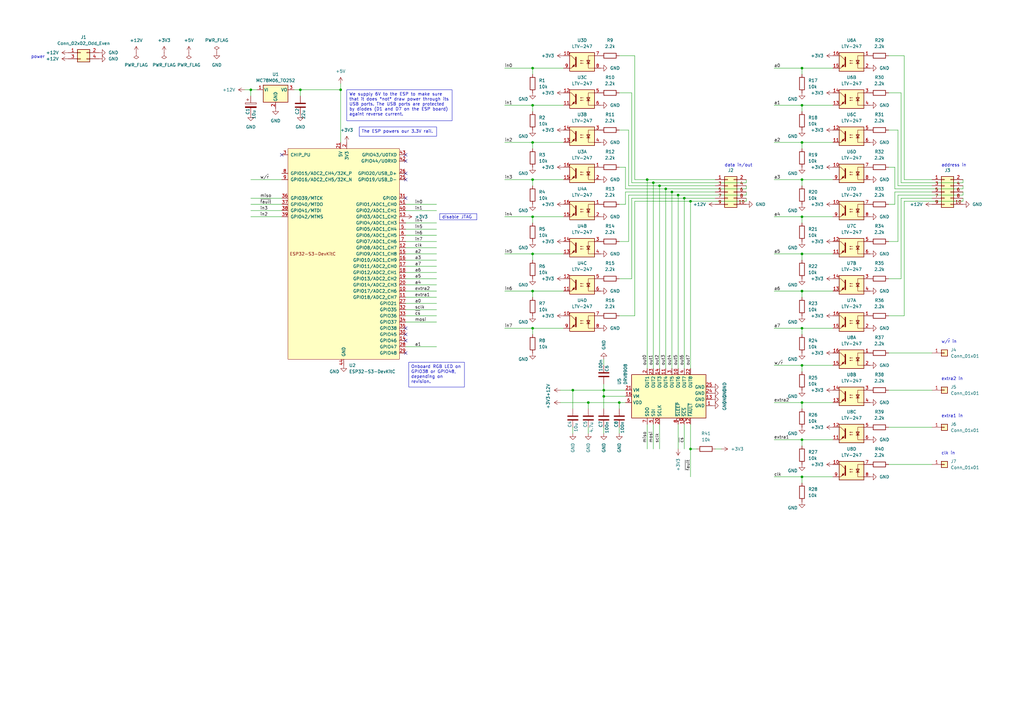
<source format=kicad_sch>
(kicad_sch (version 20230121) (generator eeschema)
  (paper "A3")
  (junction (at 218.44 104.14))
  (junction (at 267.97 74.93))
  (junction (at 280.67 81.28))
  (junction (at 139.7 36.83))
  (junction (at 328.93 43.18))
  (junction (at 218.44 58.42))
  (junction (at 218.44 134.62))
  (junction (at 275.59 78.74))
  (junction (at 218.44 27.94))
  (junction (at 270.51 76.2))
  (junction (at 328.93 134.62))
  (junction (at 254 165.1))
  (junction (at 218.44 43.18))
  (junction (at 328.93 58.42))
  (junction (at 328.93 104.14))
  (junction (at 265.43 73.66))
  (junction (at 328.93 88.9))
  (junction (at 241.3 165.1))
  (junction (at 328.93 165.1))
  (junction (at 123.19 36.83))
  (junction (at 102.87 36.83))
  (junction (at 328.93 73.66))
  (junction (at 328.93 149.86))
  (junction (at 234.95 160.02))
  (junction (at 218.44 88.9))
  (junction (at 328.93 195.58))
  (junction (at 328.93 27.94))
  (junction (at 247.65 160.02))
  (junction (at 278.13 80.01))
  (junction (at 273.05 77.47))
  (junction (at 283.21 184.15))
  (junction (at 247.65 162.56))
  (junction (at 218.44 73.66))
  (junction (at 218.44 119.38))
  (junction (at 328.93 180.34))
  (junction (at 328.93 119.38))
  (junction (at 283.21 82.55))
  (no_connect (at 166.37 71.12))
  (no_connect (at 166.37 66.04))
  (no_connect (at -6.35 115.57))
  (no_connect (at 316.23 -55.88))
  (no_connect (at 115.57 63.5))
  (no_connect (at 166.37 134.62))
  (no_connect (at 166.37 81.28))
  (no_connect (at 166.37 63.5))
  (no_connect (at 166.37 73.66))
  (no_connect (at 166.37 139.7))
  (no_connect (at 166.37 144.78))
  (no_connect (at 166.37 137.16))
  (wire (pts (xy 382.27 78.74) (xy 367.03 78.74)))
  (wire (pts (xy 369.57 74.93) (xy 369.57 38.1)))
  (wire (pts (xy 394.97 77.47) (xy 367.03 77.47)))
  (wire (pts (xy 341.63 165.1) (xy 328.93 165.1)))
  (wire (pts (xy 394.97 74.93) (xy 369.57 74.93)))
  (wire (pts (xy 241.3 167.64) (xy 241.3 165.1)))
  (wire (pts (xy 218.44 88.9) (xy 218.44 91.44)))
  (wire (pts (xy 102.87 36.83) (xy 102.87 39.37)))
  (wire (pts (xy 256.54 78.74) (xy 256.54 83.82)))
  (wire (pts (xy 207.01 73.66) (xy 218.44 73.66)))
  (wire (pts (xy 218.44 134.62) (xy 218.44 137.16)))
  (wire (pts (xy 207.01 88.9) (xy 218.44 88.9)))
  (wire (pts (xy 369.57 114.3) (xy 364.49 114.3)))
  (wire (pts (xy 120.65 36.83) (xy 123.19 36.83)))
  (wire (pts (xy 370.84 73.66) (xy 370.84 22.86)))
  (wire (pts (xy 275.59 78.74) (xy 275.59 151.13)))
  (wire (pts (xy 247.65 162.56) (xy 247.65 160.02)))
  (wire (pts (xy 283.21 82.55) (xy 283.21 151.13)))
  (wire (pts (xy 317.5 104.14) (xy 328.93 104.14)))
  (wire (pts (xy 166.37 124.46) (xy 179.07 124.46)))
  (wire (pts (xy 102.87 73.66) (xy 115.57 73.66)))
  (wire (pts (xy 341.63 104.14) (xy 328.93 104.14)))
  (wire (pts (xy 102.87 86.36) (xy 115.57 86.36)))
  (wire (pts (xy 260.35 82.55) (xy 260.35 129.54)))
  (wire (pts (xy 370.84 82.55) (xy 370.84 129.54)))
  (wire (pts (xy 317.5 119.38) (xy 328.93 119.38)))
  (wire (pts (xy 229.87 165.1) (xy 241.3 165.1)))
  (wire (pts (xy 100.33 36.83) (xy 102.87 36.83)))
  (wire (pts (xy 139.7 34.29) (xy 139.7 36.83)))
  (wire (pts (xy 275.59 78.74) (xy 256.54 78.74)))
  (wire (pts (xy 341.63 58.42) (xy 328.93 58.42)))
  (wire (pts (xy 260.35 22.86) (xy 254 22.86)))
  (wire (pts (xy 369.57 81.28) (xy 369.57 114.3)))
  (wire (pts (xy 260.35 129.54) (xy 254 129.54)))
  (wire (pts (xy 166.37 132.08) (xy 179.07 132.08)))
  (wire (pts (xy 328.93 180.34) (xy 328.93 182.88)))
  (wire (pts (xy 328.93 73.66) (xy 328.93 76.2)))
  (wire (pts (xy 328.93 119.38) (xy 328.93 121.92)))
  (wire (pts (xy 341.63 134.62) (xy 328.93 134.62)))
  (wire (pts (xy 166.37 99.06) (xy 179.07 99.06)))
  (wire (pts (xy 102.87 36.83) (xy 105.41 36.83)))
  (wire (pts (xy 317.5 165.1) (xy 328.93 165.1)))
  (wire (pts (xy 306.07 80.01) (xy 278.13 80.01)))
  (wire (pts (xy 370.84 129.54) (xy 364.49 129.54)))
  (wire (pts (xy 317.5 195.58) (xy 328.93 195.58)))
  (wire (pts (xy 267.97 74.93) (xy 267.97 151.13)))
  (wire (pts (xy 265.43 73.66) (xy 293.37 73.66)))
  (wire (pts (xy 267.97 74.93) (xy 259.08 74.93)))
  (wire (pts (xy 293.37 76.2) (xy 270.51 76.2)))
  (wire (pts (xy 259.08 114.3) (xy 254 114.3)))
  (wire (pts (xy 218.44 27.94) (xy 231.14 27.94)))
  (wire (pts (xy 278.13 80.01) (xy 278.13 151.13)))
  (wire (pts (xy 207.01 119.38) (xy 218.44 119.38)))
  (wire (pts (xy 265.43 73.66) (xy 265.43 151.13)))
  (wire (pts (xy 370.84 22.86) (xy 364.49 22.86)))
  (wire (pts (xy 218.44 73.66) (xy 218.44 76.2)))
  (wire (pts (xy 328.93 27.94) (xy 328.93 30.48)))
  (wire (pts (xy 166.37 93.98) (xy 179.07 93.98)))
  (wire (pts (xy 270.51 184.15) (xy 270.51 173.99)))
  (wire (pts (xy 166.37 119.38) (xy 179.07 119.38)))
  (wire (pts (xy 394.97 73.66) (xy 394.97 74.93)))
  (wire (pts (xy 166.37 116.84) (xy 179.07 116.84)))
  (wire (pts (xy 382.27 76.2) (xy 368.3 76.2)))
  (wire (pts (xy 341.63 73.66) (xy 328.93 73.66)))
  (wire (pts (xy 166.37 142.24) (xy 179.07 142.24)))
  (wire (pts (xy 368.3 99.06) (xy 364.49 99.06)))
  (wire (pts (xy 283.21 173.99) (xy 283.21 184.15)))
  (wire (pts (xy 364.49 160.02) (xy 382.27 160.02)))
  (wire (pts (xy 317.5 88.9) (xy 328.93 88.9)))
  (wire (pts (xy 293.37 184.15) (xy 295.91 184.15)))
  (wire (pts (xy 231.14 134.62) (xy 218.44 134.62)))
  (wire (pts (xy 265.43 184.15) (xy 265.43 173.99)))
  (wire (pts (xy 341.63 195.58) (xy 328.93 195.58)))
  (wire (pts (xy 328.93 165.1) (xy 328.93 167.64)))
  (wire (pts (xy 394.97 78.74) (xy 394.97 80.01)))
  (wire (pts (xy 254 177.8) (xy 254 175.26)))
  (wire (pts (xy 247.65 177.8) (xy 247.65 175.26)))
  (wire (pts (xy 341.63 149.86) (xy 328.93 149.86)))
  (wire (pts (xy 166.37 127) (xy 179.07 127)))
  (wire (pts (xy 368.3 76.2) (xy 368.3 53.34)))
  (wire (pts (xy 306.07 74.93) (xy 267.97 74.93)))
  (wire (pts (xy 231.14 104.14) (xy 218.44 104.14)))
  (wire (pts (xy 369.57 38.1) (xy 364.49 38.1)))
  (wire (pts (xy 283.21 184.15) (xy 285.75 184.15)))
  (wire (pts (xy 123.19 36.83) (xy 139.7 36.83)))
  (wire (pts (xy 241.3 165.1) (xy 254 165.1)))
  (wire (pts (xy 218.44 58.42) (xy 218.44 60.96)))
  (wire (pts (xy 283.21 184.15) (xy 283.21 195.58)))
  (wire (pts (xy 341.63 180.34) (xy 328.93 180.34)))
  (wire (pts (xy 207.01 27.94) (xy 218.44 27.94)))
  (wire (pts (xy 367.03 68.58) (xy 364.49 68.58)))
  (wire (pts (xy 231.14 88.9) (xy 218.44 88.9)))
  (wire (pts (xy 328.93 195.58) (xy 328.93 198.12)))
  (wire (pts (xy 364.49 190.5) (xy 382.27 190.5)))
  (wire (pts (xy 166.37 114.3) (xy 179.07 114.3)))
  (wire (pts (xy 254 167.64) (xy 254 165.1)))
  (wire (pts (xy 231.14 43.18) (xy 218.44 43.18)))
  (wire (pts (xy 317.5 73.66) (xy 328.93 73.66)))
  (wire (pts (xy 241.3 177.8) (xy 241.3 175.26)))
  (wire (pts (xy 367.03 83.82) (xy 364.49 83.82)))
  (wire (pts (xy 256.54 77.47) (xy 256.54 68.58)))
  (wire (pts (xy 259.08 81.28) (xy 259.08 114.3)))
  (wire (pts (xy 166.37 129.54) (xy 179.07 129.54)))
  (wire (pts (xy 368.3 80.01) (xy 368.3 99.06)))
  (wire (pts (xy 278.13 80.01) (xy 257.81 80.01)))
  (wire (pts (xy 317.5 134.62) (xy 328.93 134.62)))
  (wire (pts (xy 328.93 134.62) (xy 328.93 137.16)))
  (wire (pts (xy 317.5 180.34) (xy 328.93 180.34)))
  (wire (pts (xy 394.97 82.55) (xy 370.84 82.55)))
  (wire (pts (xy 218.44 43.18) (xy 218.44 45.72)))
  (wire (pts (xy 166.37 121.92) (xy 179.07 121.92)))
  (wire (pts (xy 260.35 73.66) (xy 260.35 22.86)))
  (wire (pts (xy 102.87 83.82) (xy 115.57 83.82)))
  (wire (pts (xy 218.44 119.38) (xy 218.44 121.92)))
  (wire (pts (xy 306.07 77.47) (xy 273.05 77.47)))
  (wire (pts (xy 254 165.1) (xy 256.54 165.1)))
  (wire (pts (xy 207.01 43.18) (xy 218.44 43.18)))
  (wire (pts (xy 207.01 134.62) (xy 218.44 134.62)))
  (wire (pts (xy 328.93 43.18) (xy 328.93 45.72)))
  (wire (pts (xy 257.81 53.34) (xy 254 53.34)))
  (wire (pts (xy 317.5 149.86) (xy 328.93 149.86)))
  (wire (pts (xy 247.65 162.56) (xy 256.54 162.56)))
  (wire (pts (xy 317.5 27.94) (xy 328.93 27.94)))
  (wire (pts (xy 382.27 81.28) (xy 369.57 81.28)))
  (wire (pts (xy 123.19 36.83) (xy 123.19 39.37)))
  (wire (pts (xy 234.95 160.02) (xy 247.65 160.02)))
  (wire (pts (xy 278.13 184.15) (xy 278.13 173.99)))
  (wire (pts (xy 367.03 77.47) (xy 367.03 68.58)))
  (wire (pts (xy 166.37 96.52) (xy 179.07 96.52)))
  (wire (pts (xy 283.21 82.55) (xy 260.35 82.55)))
  (wire (pts (xy 328.93 27.94) (xy 341.63 27.94)))
  (wire (pts (xy 273.05 77.47) (xy 256.54 77.47)))
  (wire (pts (xy 306.07 76.2) (xy 306.07 77.47)))
  (wire (pts (xy 382.27 73.66) (xy 370.84 73.66)))
  (wire (pts (xy 328.93 149.86) (xy 328.93 152.4)))
  (wire (pts (xy 394.97 76.2) (xy 394.97 77.47)))
  (wire (pts (xy 394.97 81.28) (xy 394.97 82.55)))
  (wire (pts (xy 257.81 76.2) (xy 257.81 53.34)))
  (wire (pts (xy 218.44 104.14) (xy 218.44 106.68)))
  (wire (pts (xy 229.87 160.02) (xy 234.95 160.02)))
  (wire (pts (xy 341.63 43.18) (xy 328.93 43.18)))
  (wire (pts (xy 218.44 27.94) (xy 218.44 30.48)))
  (wire (pts (xy 247.65 160.02) (xy 256.54 160.02)))
  (wire (pts (xy 166.37 101.6) (xy 179.07 101.6)))
  (wire (pts (xy 139.7 58.42) (xy 139.7 36.83)))
  (wire (pts (xy 256.54 68.58) (xy 254 68.58)))
  (wire (pts (xy 234.95 160.02) (xy 234.95 167.64)))
  (wire (pts (xy 260.35 73.66) (xy 265.43 73.66)))
  (wire (pts (xy 166.37 109.22) (xy 179.07 109.22)))
  (wire (pts (xy 247.65 147.32) (xy 247.65 149.86)))
  (wire (pts (xy 364.49 144.78) (xy 382.27 144.78)))
  (wire (pts (xy 306.07 82.55) (xy 283.21 82.55)))
  (wire (pts (xy 166.37 83.82) (xy 179.07 83.82)))
  (wire (pts (xy 293.37 81.28) (xy 280.67 81.28)))
  (wire (pts (xy 166.37 111.76) (xy 179.07 111.76)))
  (wire (pts (xy 341.63 88.9) (xy 328.93 88.9)))
  (wire (pts (xy 102.87 88.9) (xy 115.57 88.9)))
  (wire (pts (xy 364.49 175.26) (xy 382.27 175.26)))
  (wire (pts (xy 166.37 106.68) (xy 179.07 106.68)))
  (wire (pts (xy 280.67 81.28) (xy 259.08 81.28)))
  (wire (pts (xy 270.51 76.2) (xy 270.51 151.13)))
  (wire (pts (xy 207.01 104.14) (xy 218.44 104.14)))
  (wire (pts (xy 257.81 80.01) (xy 257.81 99.06)))
  (wire (pts (xy 218.44 119.38) (xy 231.14 119.38)))
  (wire (pts (xy 317.5 43.18) (xy 328.93 43.18)))
  (wire (pts (xy 306.07 78.74) (xy 306.07 80.01)))
  (wire (pts (xy 306.07 81.28) (xy 306.07 82.55)))
  (wire (pts (xy 257.81 99.06) (xy 254 99.06)))
  (wire (pts (xy 368.3 53.34) (xy 364.49 53.34)))
  (wire (pts (xy 394.97 80.01) (xy 368.3 80.01)))
  (wire (pts (xy 328.93 88.9) (xy 328.93 91.44)))
  (wire (pts (xy 256.54 83.82) (xy 254 83.82)))
  (wire (pts (xy 328.93 58.42) (xy 328.93 60.96)))
  (wire (pts (xy 259.08 74.93) (xy 259.08 38.1)))
  (wire (pts (xy 231.14 73.66) (xy 218.44 73.66)))
  (wire (pts (xy 280.67 81.28) (xy 280.67 151.13)))
  (wire (pts (xy 247.65 157.48) (xy 247.65 160.02)))
  (wire (pts (xy 267.97 184.15) (xy 267.97 173.99)))
  (wire (pts (xy 306.07 73.66) (xy 306.07 74.93)))
  (wire (pts (xy 293.37 78.74) (xy 275.59 78.74)))
  (wire (pts (xy 102.87 81.28) (xy 115.57 81.28)))
  (wire (pts (xy 259.08 38.1) (xy 254 38.1)))
  (wire (pts (xy 247.65 167.64) (xy 247.65 162.56)))
  (wire (pts (xy 166.37 91.44) (xy 179.07 91.44)))
  (wire (pts (xy 328.93 104.14) (xy 328.93 106.68)))
  (wire (pts (xy 231.14 58.42) (xy 218.44 58.42)))
  (wire (pts (xy 367.03 78.74) (xy 367.03 83.82)))
  (wire (pts (xy 280.67 184.15) (xy 280.67 173.99)))
  (wire (pts (xy 166.37 104.14) (xy 179.07 104.14)))
  (wire (pts (xy 273.05 77.47) (xy 273.05 151.13)))
  (wire (pts (xy 207.01 58.42) (xy 218.44 58.42)))
  (wire (pts (xy 317.5 58.42) (xy 328.93 58.42)))
  (wire (pts (xy 234.95 177.8) (xy 234.95 175.26)))
  (wire (pts (xy 166.37 86.36) (xy 179.07 86.36)))
  (wire (pts (xy 328.93 119.38) (xy 341.63 119.38)))
  (wire (pts (xy 270.51 76.2) (xy 257.81 76.2)))
  (text_box "Onboard RGB LED on GPIO38 or GPIO48, depending on revision." (at 167.64 148.59 0) (size 22.86 10.16) (effects (font (size 1.27 1.27)) (justify left top)))
  (text_box "disable JTAG" (at 180.34 87.63 0) (size 15.24 2.54) (effects (font (size 1.27 1.27)) (justify left)))
  (text_box "We supply 6V to the ESP to make sure that it does *not* draw power through its USB ports. The USB ports are protected by diodes (D1 and D7 on the ESP board) againt reverse current." (at 142.24 36.83 0) (size 43.18 12.7) (effects (font (size 1.27 1.27)) (justify left top)))
  (text_box "The ESP powers our 3.3V rail." (at 147.32 52.07 0) (size 31.75 3.81) (effects (font (size 1.27 1.27)) (justify left top)))
  (text "clk in" (at 386.08 186.69 0) (effects (font (size 1.27 1.27)) (justify left bottom)))
  (text "w/~{r} in" (at 386.08 140.97 0) (effects (font (size 1.27 1.27)) (justify left bottom)))
  (text "data in/out" (at 297.18 68.58 0) (effects (font (size 1.27 1.27)) (justify left bottom)))
  (text "extra2 in" (at 386.08 156.21 0) (effects (font (size 1.27 1.27)) (justify left bottom)))
  (text "extra1 in" (at 386.08 171.45 0) (effects (font (size 1.27 1.27)) (justify left bottom)))
  (text "address in" (at 386.08 68.58 0) (effects (font (size 1.27 1.27)) (justify left bottom)))
  (text "power" (at 12.7 24.13 0) (effects (font (size 1.27 1.27)) (justify left bottom)))
  (label "~{fault}" (at 106.68 83.82 0))
  (label "a5" (at 317.5 104.14 0))
  (label "a1" (at 170.18 142.24 0))
  (label "a4" (at 170.18 116.84 0))
  (label "~{cs}" (at 280.67 181.61 90))
  (label "a5" (at 170.18 114.3 0))
  (label "out6" (at 280.67 149.86 90))
  (label "in0" (at 207.01 27.94 0))
  (label "in6" (at 170.18 96.52 0))
  (label "a3" (at 317.5 73.66 0))
  (label "extra1" (at 317.5 180.34 0))
  (label "in0" (at 170.18 83.82 0))
  (label "a3" (at 170.18 106.68 0))
  (label "~{cs}" (at 170.18 129.54 0))
  (label "a6" (at 317.5 119.38 0))
  (label "in2" (at 106.68 88.9 0))
  (label "a4" (at 317.5 88.9 0))
  (label "in1" (at 170.18 86.36 0))
  (label "in3" (at 106.68 86.36 0))
  (label "out3" (at 273.05 149.86 90))
  (label "out1" (at 267.97 149.86 90))
  (label "out0" (at 265.43 149.86 90))
  (label "extra2" (at 170.18 119.38 0))
  (label "extra1" (at 170.18 121.92 0))
  (label "~{fault}" (at 283.21 193.04 90))
  (label "a2" (at 170.18 104.14 0))
  (label "extra2" (at 317.5 165.1 0))
  (label "out5" (at 278.13 149.86 90))
  (label "a0" (at 170.18 124.46 0))
  (label "out4" (at 275.59 149.86 90))
  (label "in1" (at 207.01 43.18 0))
  (label "sclk" (at 270.51 181.61 90))
  (label "in5" (at 170.18 93.98 0))
  (label "mosi" (at 267.97 181.61 90))
  (label "in4" (at 207.01 88.9 0))
  (label "in2" (at 207.01 58.42 0))
  (label "out7" (at 283.21 149.86 90))
  (label "a7" (at 170.18 109.22 0))
  (label "a6" (at 170.18 111.76 0))
  (label "in7" (at 207.01 134.62 0))
  (label "sclk" (at 170.18 127 0))
  (label "mosi" (at 170.18 132.08 0))
  (label "in5" (at 207.01 104.14 0))
  (label "out2" (at 270.51 149.86 90))
  (label "clk" (at 317.5 195.58 0))
  (label "a0" (at 317.5 27.94 0))
  (label "miso" (at 106.68 81.28 0))
  (label "in6" (at 207.01 119.38 0))
  (label "clk" (at 170.18 101.6 0))
  (label "miso" (at 265.43 181.61 90))
  (label "w{slash}~{r}" (at 106.68 73.66 0))
  (label "a7" (at 317.5 134.62 0))
  (label "a1" (at 317.5 43.18 0))
  (label "w{slash}~{r}" (at 317.5 149.86 0))
  (label "a2" (at 317.5 58.42 0))
  (label "in3" (at 207.01 73.66 0))
  (label "in4" (at 170.18 91.44 0))
  (label "in7" (at 170.18 99.06 0))
  (symbol (lib_id "Device:R") (at 250.19 114.3 90) (unit 1)
    (property "Reference" "R15" (at 250.19 107.95 90))
    (property "Value" "2.2k" (at 250.19 110.49 90))
    (property "Footprint" "Resistor_SMD:R_0805_2012Metric_Pad1.20x1.40mm_HandSolder" (effects hide))
  )
  (symbol (lib_id "power:+12V") (at 382.27 83.82 90) (unit 1)
    (property "Reference" "#PWR090" (effects hide))
    (property "Value" "+12V" (at 378.46 83.82 90) (effects (justify left)))
  )
  (symbol (lib_id "power:+3V3") (at 231.14 114.3 90) (unit 1)
    (property "Reference" "#PWR033" (effects hide))
    (property "Value" "+3V3" (at 227.33 114.3 90) (effects (justify left)))
  )
  (symbol (lib_id "Device:R") (at 218.44 64.77 180) (unit 1)
    (property "Reference" "R3" (at 220.98 63.5 0) (effects (justify right)))
    (property "Value" "10k" (at 220.98 66.04 0) (effects (justify right)))
    (property "Footprint" "Resistor_SMD:R_0805_2012Metric_Pad1.20x1.40mm_HandSolder" (effects hide))
  )
  (symbol (lib_id "power:GND") (at 218.44 68.58 0) (unit 1)
    (property "Reference" "#PWR016" (effects hide))
    (property "Value" "GND" (at 214.63 71.12 0))
  )
  (symbol (lib_id "Isolator:LTV-247") (at 238.76 86.36 0) (mirror y) (unit 1)
    (property "Reference" "U4" (at 238.76 77.47 0))
    (property "Value" "LTV-247" (at 238.76 80.01 0))
    (property "Footprint" "Package_SO:SOP-16_4.4x10.4mm_P1.27mm" (effects hide))
    (property "Datasheet" "http://optoelectronics.liteon.com/upload/download/DS70-2009-0014/LTV-2X7%20sereis%20Mar17.PDF" (effects hide))
  )
  (symbol (lib_id "power:+3V3") (at 142.24 58.42 0) (unit 1)
    (property "Reference" "#PWR013" (effects hide))
    (property "Value" "+3V3" (at 142.24 53.34 0))
  )
  (symbol (lib_id "power:GND") (at 218.44 129.54 0) (unit 1)
    (property "Reference" "#PWR020" (effects hide))
    (property "Value" "GND" (at 214.63 132.08 0))
  )
  (symbol (lib_id "power:PWR_FLAG") (at 77.47 21.59 180) (unit 1)
    (property "Reference" "#FLG02" (effects hide))
    (property "Value" "PWR_FLAG" (at 77.47 26.67 0))
  )
  (symbol (lib_id "power:GND") (at 246.38 134.62 90) (unit 1)
    (property "Reference" "#PWR044" (effects hide))
    (property "Value" "GND" (at 250.19 134.62 90) (effects (justify right)))
  )
  (symbol (lib_id "power:+3V3") (at 341.63 22.86 90) (unit 1)
    (property "Reference" "#PWR066" (effects hide))
    (property "Value" "+3V3" (at 337.82 22.86 90) (effects (justify left)))
  )
  (symbol (lib_id "power:GND") (at 328.93 175.26 0) (unit 1)
    (property "Reference" "#PWR063" (effects hide))
    (property "Value" "GND" (at 325.12 177.8 0))
  )
  (symbol (lib_id "Device:R") (at 360.68 22.86 90) (unit 1)
    (property "Reference" "R29" (at 360.68 16.51 90))
    (property "Value" "2.2k" (at 360.68 19.05 90))
    (property "Footprint" "Resistor_SMD:R_0805_2012Metric_Pad1.20x1.40mm_HandSolder" (effects hide))
  )
  (symbol (lib_id "Isolator:LTV-247") (at 349.25 177.8 0) (mirror y) (unit 3)
    (property "Reference" "U8" (at 349.25 168.91 0))
    (property "Value" "LTV-247" (at 349.25 171.45 0))
    (property "Footprint" "Package_SO:SOP-16_4.4x10.4mm_P1.27mm" (effects hide))
    (property "Datasheet" "http://optoelectronics.liteon.com/upload/download/DS70-2009-0014/LTV-2X7%20sereis%20Mar17.PDF" (effects hide))
  )
  (symbol (lib_id "power:GND") (at 247.65 147.32 180) (unit 1)
    (property "Reference" "#PWR036" (effects hide))
    (property "Value" "GND" (at 247.65 143.51 90) (effects (justify right)))
  )
  (symbol (lib_id "power:GND") (at 356.87 88.9 90) (unit 1)
    (property "Reference" "#PWR082" (effects hide))
    (property "Value" "GND" (at 360.68 88.9 90) (effects (justify right)))
  )
  (symbol (lib_id "power:GND") (at 328.93 99.06 0) (unit 1)
    (property "Reference" "#PWR058" (effects hide))
    (property "Value" "GND" (at 325.12 101.6 0))
  )
  (symbol (lib_id "power:GND") (at 246.38 58.42 90) (unit 1)
    (property "Reference" "#PWR039" (effects hide))
    (property "Value" "GND" (at 250.19 58.42 90) (effects (justify right)))
  )
  (symbol (lib_id "Device:R") (at 360.68 175.26 90) (unit 1)
    (property "Reference" "R39" (at 360.68 168.91 90))
    (property "Value" "2.2k" (at 360.68 171.45 90))
    (property "Footprint" "Resistor_SMD:R_0805_2012Metric_Pad1.20x1.40mm_HandSolder" (effects hide))
  )
  (symbol (lib_id "Isolator:LTV-247") (at 238.76 101.6 0) (mirror y) (unit 2)
    (property "Reference" "U4" (at 238.76 92.71 0))
    (property "Value" "LTV-247" (at 238.76 95.25 0))
    (property "Footprint" "Package_SO:SOP-16_4.4x10.4mm_P1.27mm" (effects hide))
    (property "Datasheet" "http://optoelectronics.liteon.com/upload/download/DS70-2009-0014/LTV-2X7%20sereis%20Mar17.PDF" (effects hide))
  )
  (symbol (lib_id "power:+3V3") (at 231.14 22.86 90) (unit 1)
    (property "Reference" "#PWR027" (effects hide))
    (property "Value" "+3V3" (at 227.33 22.86 90) (effects (justify left)))
  )
  (symbol (lib_id "Device:R") (at 360.68 114.3 90) (unit 1)
    (property "Reference" "R35" (at 360.68 107.95 90))
    (property "Value" "2.2k" (at 360.68 110.49 90))
    (property "Footprint" "Resistor_SMD:R_0805_2012Metric_Pad1.20x1.40mm_HandSolder" (effects hide))
  )
  (symbol (lib_id "power:GND") (at 218.44 53.34 0) (unit 1)
    (property "Reference" "#PWR015" (effects hide))
    (property "Value" "GND" (at 214.63 55.88 0))
  )
  (symbol (lib_id "Device:R") (at 328.93 49.53 180) (unit 1)
    (property "Reference" "R18" (at 331.47 48.26 0) (effects (justify right)))
    (property "Value" "10k" (at 331.47 50.8 0) (effects (justify right)))
    (property "Footprint" "Resistor_SMD:R_0805_2012Metric_Pad1.20x1.40mm_HandSolder" (effects hide))
  )
  (symbol (lib_id "power:GND") (at 218.44 114.3 0) (unit 1)
    (property "Reference" "#PWR019" (effects hide))
    (property "Value" "GND" (at 214.63 116.84 0))
  )
  (symbol (lib_id "Device:R") (at 360.68 53.34 90) (unit 1)
    (property "Reference" "R31" (at 360.68 46.99 90))
    (property "Value" "2.2k" (at 360.68 49.53 90))
    (property "Footprint" "Resistor_SMD:R_0805_2012Metric_Pad1.20x1.40mm_HandSolder" (effects hide))
  )
  (symbol (lib_id "power:GND") (at 254 177.8 0) (unit 1)
    (property "Reference" "#PWR046" (effects hide))
    (property "Value" "GND" (at 254 181.61 90) (effects (justify right)))
  )
  (symbol (lib_id "Device:R") (at 218.44 34.29 180) (unit 1)
    (property "Reference" "R1" (at 220.98 33.02 0) (effects (justify right)))
    (property "Value" "10k" (at 220.98 35.56 0) (effects (justify right)))
    (property "Footprint" "Resistor_SMD:R_0805_2012Metric_Pad1.20x1.40mm_HandSolder" (effects hide))
  )
  (symbol (lib_id "power:GND") (at 246.38 88.9 90) (unit 1)
    (property "Reference" "#PWR041" (effects hide))
    (property "Value" "GND" (at 250.19 88.9 90) (effects (justify right)))
  )
  (symbol (lib_id "power:+3V3") (at 341.63 99.06 90) (unit 1)
    (property "Reference" "#PWR071" (effects hide))
    (property "Value" "+3V3" (at 337.82 99.06 90) (effects (justify left)))
  )
  (symbol (lib_id "power:GND") (at 246.38 43.18 90) (unit 1)
    (property "Reference" "#PWR038" (effects hide))
    (property "Value" "GND" (at 250.19 43.18 90) (effects (justify right)))
  )
  (symbol (lib_id "power:GND") (at 328.93 205.74 0) (unit 1)
    (property "Reference" "#PWR065" (effects hide))
    (property "Value" "GND" (at 325.12 208.28 0))
  )
  (symbol (lib_id "power:+12V") (at 100.33 36.83 90) (unit 1)
    (property "Reference" "#PWR08" (effects hide))
    (property "Value" "+12V" (at 96.52 36.83 90) (effects (justify left)))
  )
  (symbol (lib_id "Isolator:LTV-247") (at 238.76 116.84 0) (mirror y) (unit 3)
    (property "Reference" "U4" (at 238.76 107.95 0))
    (property "Value" "LTV-247" (at 238.76 110.49 0))
    (property "Footprint" "Package_SO:SOP-16_4.4x10.4mm_P1.27mm" (effects hide))
    (property "Datasheet" "http://optoelectronics.liteon.com/upload/download/DS70-2009-0014/LTV-2X7%20sereis%20Mar17.PDF" (effects hide))
  )
  (symbol (lib_id "power:+3V3") (at 341.63 144.78 90) (unit 1)
    (property "Reference" "#PWR074" (effects hide))
    (property "Value" "+3V3" (at 337.82 144.78 90) (effects (justify left)))
  )
  (symbol (lib_id "Device:R") (at 218.44 49.53 180) (unit 1)
    (property "Reference" "R2" (at 220.98 48.26 0) (effects (justify right)))
    (property "Value" "10k" (at 220.98 50.8 0) (effects (justify right)))
    (property "Footprint" "Resistor_SMD:R_0805_2012Metric_Pad1.20x1.40mm_HandSolder" (effects hide))
  )
  (symbol (lib_id "Device:R") (at 328.93 186.69 180) (unit 1)
    (property "Reference" "R27" (at 331.47 185.42 0) (effects (justify right)))
    (property "Value" "10k" (at 331.47 187.96 0) (effects (justify right)))
    (property "Footprint" "Resistor_SMD:R_0805_2012Metric_Pad1.20x1.40mm_HandSolder" (effects hide))
  )
  (symbol (lib_id "power:PWR_FLAG") (at 55.88 21.59 180) (unit 1)
    (property "Reference" "#FLG01" (effects hide))
    (property "Value" "PWR_FLAG" (at 55.88 26.67 0))
  )
  (symbol (lib_id "power:+3V3") (at 231.14 83.82 90) (unit 1)
    (property "Reference" "#PWR031" (effects hide))
    (property "Value" "+3V3" (at 227.33 83.82 90) (effects (justify left)))
  )
  (symbol (lib_id "power:+3V3") (at 341.63 175.26 90) (unit 1)
    (property "Reference" "#PWR076" (effects hide))
    (property "Value" "+3V3" (at 337.82 175.26 90) (effects (justify left)))
  )
  (symbol (lib_id "power:+3V3") (at 341.63 68.58 90) (unit 1)
    (property "Reference" "#PWR069" (effects hide))
    (property "Value" "+3V3" (at 337.82 68.58 90) (effects (justify left)))
  )
  (symbol (lib_id "Device:R") (at 250.19 83.82 90) (unit 1)
    (property "Reference" "R13" (at 250.19 77.47 90))
    (property "Value" "2.2k" (at 250.19 80.01 90))
    (property "Footprint" "Resistor_SMD:R_0805_2012Metric_Pad1.20x1.40mm_HandSolder" (effects hide))
  )
  (symbol (lib_id "Device:R") (at 289.56 184.15 270) (unit 1)
    (property "Reference" "R41" (at 289.56 177.8 90))
    (property "Value" "10k" (at 289.56 180.34 90))
    (property "Footprint" "Resistor_SMD:R_0805_2012Metric_Pad1.20x1.40mm_HandSolder" (effects hide))
  )
  (symbol (lib_id "power:GND") (at 328.93 190.5 0) (unit 1)
    (property "Reference" "#PWR064" (effects hide))
    (property "Value" "GND" (at 325.12 193.04 0))
  )
  (symbol (lib_id "power:+3V3") (at 341.63 129.54 90) (unit 1)
    (property "Reference" "#PWR073" (effects hide))
    (property "Value" "+3V3" (at 337.82 129.54 90) (effects (justify left)))
  )
  (symbol (lib_id "power:+3V3") (at 341.63 38.1 90) (unit 1)
    (property "Reference" "#PWR067" (effects hide))
    (property "Value" "+3V3" (at 337.82 38.1 90) (effects (justify left)))
  )
  (symbol (lib_id "Device:C") (at 247.65 153.67 0) (unit 1)
    (property "Reference" "C6" (at 248.92 151.13 90))
    (property "Value" "100n" (at 246.38 149.86 90))
    (property "Footprint" "Capacitor_SMD:C_0805_2012Metric_Pad1.18x1.45mm_HandSolder" (effects hide))
  )
  (symbol (lib_id "Isolator:LTV-247") (at 349.25 162.56 0) (mirror y) (unit 2)
    (property "Reference" "U8" (at 349.25 153.67 0))
    (property "Value" "LTV-247" (at 349.25 156.21 0))
    (property "Footprint" "Package_SO:SOP-16_4.4x10.4mm_P1.27mm" (effects hide))
    (property "Datasheet" "http://optoelectronics.liteon.com/upload/download/DS70-2009-0014/LTV-2X7%20sereis%20Mar17.PDF" (effects hide))
  )
  (symbol (lib_id "Device:R") (at 328.93 80.01 180) (unit 1)
    (property "Reference" "R20" (at 331.47 78.74 0) (effects (justify right)))
    (property "Value" "10k" (at 331.47 81.28 0) (effects (justify right)))
    (property "Footprint" "Resistor_SMD:R_0805_2012Metric_Pad1.20x1.40mm_HandSolder" (effects hide))
  )
  (symbol (lib_id "power:GND") (at 328.93 160.02 0) (unit 1)
    (property "Reference" "#PWR062" (effects hide))
    (property "Value" "GND" (at 325.12 162.56 0))
  )
  (symbol (lib_id "Device:R") (at 250.19 129.54 90) (unit 1)
    (property "Reference" "R16" (at 250.19 123.19 90))
    (property "Value" "2.2k" (at 250.19 125.73 90))
    (property "Footprint" "Resistor_SMD:R_0805_2012Metric_Pad1.20x1.40mm_HandSolder" (effects hide))
  )
  (symbol (lib_id "power:GND") (at 292.1 163.83 90) (unit 1)
    (property "Reference" "#PWR050" (effects hide))
    (property "Value" "GND" (at 297.18 163.83 0))
  )
  (symbol (lib_id "power:+3V3") (at 341.63 160.02 90) (unit 1)
    (property "Reference" "#PWR075" (effects hide))
    (property "Value" "+3V3" (at 337.82 160.02 90) (effects (justify left)))
  )
  (symbol (lib_id "power:+3V3") (at 229.87 165.1 90) (unit 1)
    (property "Reference" "#PWR024" (effects hide))
    (property "Value" "+3V3" (at 224.79 165.1 0))
  )
  (symbol (lib_id "Device:R") (at 328.93 171.45 180) (unit 1)
    (property "Reference" "R26" (at 331.47 170.18 0) (effects (justify right)))
    (property "Value" "10k" (at 331.47 172.72 0) (effects (justify right)))
    (property "Footprint" "Resistor_SMD:R_0805_2012Metric_Pad1.20x1.40mm_HandSolder" (effects hide))
  )
  (symbol (lib_id "Isolator:LTV-247") (at 349.25 71.12 0) (mirror y) (unit 4)
    (property "Reference" "U6" (at 349.25 62.23 0))
    (property "Value" "LTV-247" (at 349.25 64.77 0))
    (property "Footprint" "Package_SO:SOP-16_4.4x10.4mm_P1.27mm" (effects hide))
    (property "Datasheet" "http://optoelectronics.liteon.com/upload/download/DS70-2009-0014/LTV-2X7%20sereis%20Mar17.PDF" (effects hide))
  )
  (symbol (lib_id "power:+3V3") (at 166.37 88.9 270) (unit 1)
    (property "Reference" "#PWR096" (effects hide))
    (property "Value" "+3V3" (at 170.18 88.9 90) (effects (justify left)))
  )
  (symbol (lib_id "Device:R") (at 328.93 110.49 180) (unit 1)
    (property "Reference" "R22" (at 331.47 109.22 0) (effects (justify right)))
    (property "Value" "10k" (at 331.47 111.76 0) (effects (justify right)))
    (property "Footprint" "Resistor_SMD:R_0805_2012Metric_Pad1.20x1.40mm_HandSolder" (effects hide))
  )
  (symbol (lib_id "power:GND") (at 328.93 144.78 0) (unit 1)
    (property "Reference" "#PWR061" (effects hide))
    (property "Value" "GND" (at 325.12 147.32 0))
  )
  (symbol (lib_id "drv8908:DRV8908") (at 274.32 162.56 90) (unit 1)
    (property "Reference" "U5" (at 254 157.8259 0) (effects (justify left)))
    (property "Value" "DRV8908" (at 256.54 157.8259 0) (effects (justify left)))
    (property "Footprint" "Package_SO:HTSSOP-24-1EP_4.4x7.8mm_P0.65mm_EP3.4x7.8mm_Mask2.4x4.68mm_ThermalVias" (effects hide))
  )
  (symbol (lib_id "power:+5V") (at 77.47 21.59 0) (unit 1)
    (property "Reference" "#PWR025" (effects hide))
    (property "Value" "+5V" (at 77.47 16.51 0))
  )
  (symbol (lib_id "Device:R") (at 328.93 125.73 180) (unit 1)
    (property "Reference" "R23" (at 331.47 124.46 0) (effects (justify right)))
    (property "Value" "10k" (at 331.47 127 0) (effects (justify right)))
    (property "Footprint" "Resistor_SMD:R_0805_2012Metric_Pad1.20x1.40mm_HandSolder" (effects hide))
  )
  (symbol (lib_id "Isolator:LTV-247") (at 238.76 71.12 0) (mirror y) (unit 1)
    (property "Reference" "U3" (at 238.76 62.23 0))
    (property "Value" "LTV-247" (at 238.76 64.77 0))
    (property "Footprint" "Package_SO:SOP-16_4.4x10.4mm_P1.27mm" (effects hide))
    (property "Datasheet" "http://optoelectronics.liteon.com/upload/download/DS70-2009-0014/LTV-2X7%20sereis%20Mar17.PDF" (effects hide))
  )
  (symbol (lib_id "Device:R") (at 250.19 22.86 90) (unit 1)
    (property "Reference" "R9" (at 250.19 16.51 90))
    (property "Value" "2.2k" (at 250.19 19.05 90))
    (property "Footprint" "Resistor_SMD:R_0805_2012Metric_Pad1.20x1.40mm_HandSolder" (effects hide))
  )
  (symbol (lib_id "power:+3V3") (at 341.63 190.5 90) (unit 1)
    (property "Reference" "#PWR077" (effects hide))
    (property "Value" "+3V3" (at 337.82 190.5 90) (effects (justify left)))
  )
  (symbol (lib_id "power:PWR_FLAG") (at 67.31 21.59 180) (unit 1)
    (property "Reference" "#FLG04" (effects hide))
    (property "Value" "PWR_FLAG" (at 67.31 26.67 0))
  )
  (symbol (lib_id "Device:R") (at 360.68 99.06 90) (unit 1)
    (property "Reference" "R34" (at 360.68 92.71 90))
    (property "Value" "2.2k" (at 360.68 95.25 90))
    (property "Footprint" "Resistor_SMD:R_0805_2012Metric_Pad1.20x1.40mm_HandSolder" (effects hide))
  )
  (symbol (lib_id "Connector_Generic:Conn_02x05_Odd_Even") (at 387.35 78.74 0) (unit 1)
    (property "Reference" "J3" (at 388.62 69.85 0))
    (property "Value" "BHR-10-VUA" (effects hide))
    (property "Footprint" "Connector_IDC:IDC-Header_2x05_P2.54mm_Vertical" (effects hide))
    (property "Datasheet" "https://app.adam-tech.com/products/download/data_sheet/203218/bhr-xx-vua-data-sheet.pdf" (effects hide))
  )
  (symbol (lib_id "Device:R") (at 360.68 160.02 90) (unit 1)
    (property "Reference" "R38" (at 360.68 153.67 90))
    (property "Value" "2.2k" (at 360.68 156.21 90))
    (property "Footprint" "Resistor_SMD:R_0805_2012Metric_Pad1.20x1.40mm_HandSolder" (effects hide))
  )
  (symbol (lib_id "Connector_Generic:Conn_02x02_Odd_Even") (at 33.02 21.59 0) (unit 1)
    (property "Reference" "J1" (at 34.29 15.24 0))
    (property "Value" "Conn_02x02_Odd_Even" (at 34.29 17.78 0))
    (property "Footprint" "Connector_PinHeader_2.54mm:PinHeader_2x02_P2.54mm_Vertical" (effects hide))
  )
  (symbol (lib_id "power:+5V") (at 139.7 34.29 0) (unit 1)
    (property "Reference" "#PWR023" (effects hide))
    (property "Value" "+5V" (at 139.7 29.21 0))
  )
  (symbol (lib_id "Isolator:LTV-247") (at 238.76 132.08 0) (mirror y) (unit 4)
    (property "Reference" "U4" (at 238.76 123.19 0))
    (property "Value" "LTV-247" (at 238.76 125.73 0))
    (property "Footprint" "Package_SO:SOP-16_4.4x10.4mm_P1.27mm" (effects hide))
    (property "Datasheet" "http://optoelectronics.liteon.com/upload/download/DS70-2009-0014/LTV-2X7%20sereis%20Mar17.PDF" (effects hide))
  )
  (symbol (lib_id "Isolator:LTV-247") (at 238.76 25.4 0) (mirror y) (unit 4)
    (property "Reference" "U3" (at 238.76 16.51 0))
    (property "Value" "LTV-247" (at 238.76 19.05 0))
    (property "Footprint" "Package_SO:SOP-16_4.4x10.4mm_P1.27mm" (effects hide))
    (property "Datasheet" "http://optoelectronics.liteon.com/upload/download/DS70-2009-0014/LTV-2X7%20sereis%20Mar17.PDF" (effects hide))
  )
  (symbol (lib_id "power:GND") (at 328.93 53.34 0) (unit 1)
    (property "Reference" "#PWR055" (effects hide))
    (property "Value" "GND" (at 325.12 55.88 0))
  )
  (symbol (lib_id "power:GND") (at 292.1 166.37 90) (unit 1)
    (property "Reference" "#PWR051" (effects hide))
    (property "Value" "GND" (at 297.18 166.37 0))
  )
  (symbol (lib_id "Connector_Generic:Conn_01x01") (at 387.35 160.02 0) (unit 1)
    (property "Reference" "J5" (at 389.89 158.75 0) (effects (justify left)))
    (property "Value" "Conn_01x01" (at 389.89 161.29 0) (effects (justify left)))
    (property "Footprint" "Connector_PinHeader_2.54mm:PinHeader_1x01_P2.54mm_Vertical" (effects hide))
  )
  (symbol (lib_id "power:GND") (at 356.87 134.62 90) (unit 1)
    (property "Reference" "#PWR085" (effects hide))
    (property "Value" "GND" (at 360.68 134.62 90) (effects (justify right)))
  )
  (symbol (lib_id "power:GND") (at 218.44 144.78 0) (unit 1)
    (property "Reference" "#PWR021" (effects hide))
    (property "Value" "GND" (at 214.63 147.32 0))
  )
  (symbol (lib_id "Isolator:LTV-247") (at 349.25 147.32 0) (mirror y) (unit 1)
    (property "Reference" "U8" (at 349.25 138.43 0))
    (property "Value" "LTV-247" (at 349.25 140.97 0))
    (property "Footprint" "Package_SO:SOP-16_4.4x10.4mm_P1.27mm" (effects hide))
    (property "Datasheet" "http://optoelectronics.liteon.com/upload/download/DS70-2009-0014/LTV-2X7%20sereis%20Mar17.PDF" (effects hide))
  )
  (symbol (lib_id "power:GND") (at 356.87 180.34 90) (unit 1)
    (property "Reference" "#PWR088" (effects hide))
    (property "Value" "GND" (at 360.68 180.34 90) (effects (justify right)))
  )
  (symbol (lib_id "power:GND") (at 328.93 38.1 0) (unit 1)
    (property "Reference" "#PWR054" (effects hide))
    (property "Value" "GND" (at 325.12 40.64 0))
  )
  (symbol (lib_id "power:+12V") (at 27.94 21.59 90) (unit 1)
    (property "Reference" "#PWR01" (effects hide))
    (property "Value" "+12V" (at 24.13 21.59 90) (effects (justify left)))
  )
  (symbol (lib_id "Isolator:LTV-247") (at 349.25 86.36 0) (mirror y) (unit 4)
    (property "Reference" "U7" (at 349.25 77.47 0))
    (property "Value" "LTV-247" (at 349.25 80.01 0))
    (property "Footprint" "Package_SO:SOP-16_4.4x10.4mm_P1.27mm" (effects hide))
    (property "Datasheet" "http://optoelectronics.liteon.com/upload/download/DS70-2009-0014/LTV-2X7%20sereis%20Mar17.PDF" (effects hide))
  )
  (symbol (lib_id "power:+12V") (at 229.87 160.02 90) (unit 1)
    (property "Reference" "#PWR022" (effects hide))
    (property "Value" "+12V" (at 224.841 160.02 0))
  )
  (symbol (lib_id "Connector_Generic:Conn_01x01") (at 387.35 190.5 0) (unit 1)
    (property "Reference" "J7" (at 389.89 189.23 0) (effects (justify left)))
    (property "Value" "Conn_01x01" (at 389.89 191.77 0) (effects (justify left)))
    (property "Footprint" "Connector_PinHeader_2.54mm:PinHeader_1x01_P2.54mm_Vertical" (effects hide))
  )
  (symbol (lib_id "power:GND") (at 40.64 21.59 90) (unit 1)
    (property "Reference" "#PWR03" (effects hide))
    (property "Value" "GND" (at 44.45 21.59 90) (effects (justify right)))
  )
  (symbol (lib_id "power:+3V3") (at 278.13 184.15 180) (unit 1)
    (property "Reference" "#PWR047" (effects hide))
    (property "Value" "+3V3" (at 278.13 187.96 90) (effects (justify left)))
  )
  (symbol (lib_id "Isolator:LTV-247") (at 349.25 193.04 0) (mirror y) (unit 4)
    (property "Reference" "U8" (at 349.25 184.15 0))
    (property "Value" "LTV-247" (at 349.25 186.69 0))
    (property "Footprint" "Package_SO:SOP-16_4.4x10.4mm_P1.27mm" (effects hide))
    (property "Datasheet" "http://optoelectronics.liteon.com/upload/download/DS70-2009-0014/LTV-2X7%20sereis%20Mar17.PDF" (effects hide))
  )
  (symbol (lib_id "Device:R") (at 218.44 125.73 180) (unit 1)
    (property "Reference" "R7" (at 220.98 124.46 0) (effects (justify right)))
    (property "Value" "10k" (at 220.98 127 0) (effects (justify right)))
    (property "Footprint" "Resistor_SMD:R_0805_2012Metric_Pad1.20x1.40mm_HandSolder" (effects hide))
  )
  (symbol (lib_id "power:+3V3") (at 231.14 99.06 90) (unit 1)
    (property "Reference" "#PWR032" (effects hide))
    (property "Value" "+3V3" (at 227.33 99.06 90) (effects (justify left)))
  )
  (symbol (lib_id "power:GND") (at 356.87 165.1 90) (unit 1)
    (property "Reference" "#PWR087" (effects hide))
    (property "Value" "GND" (at 360.68 165.1 90) (effects (justify right)))
  )
  (symbol (lib_id "Device:R") (at 360.68 129.54 90) (unit 1)
    (property "Reference" "R36" (at 360.68 123.19 90))
    (property "Value" "2.2k" (at 360.68 125.73 90))
    (property "Footprint" "Resistor_SMD:R_0805_2012Metric_Pad1.20x1.40mm_HandSolder" (effects hide))
  )
  (symbol (lib_id "power:GND") (at 218.44 38.1 0) (unit 1)
    (property "Reference" "#PWR014" (effects hide))
    (property "Value" "GND" (at 214.63 40.64 0))
  )
  (symbol (lib_id "Connector_Generic:Conn_02x05_Odd_Even") (at 298.45 78.74 0) (unit 1)
    (property "Reference" "J2" (at 299.72 69.85 0))
    (property "Value" "BHR-10-VUA" (effects hide))
    (property "Footprint" "Connector_IDC:IDC-Header_2x05_P2.54mm_Vertical" (effects hide))
    (property "Datasheet" "https://app.adam-tech.com/products/download/data_sheet/203218/bhr-xx-vua-data-sheet.pdf" (effects hide))
  )
  (symbol (lib_id "power:GND") (at 356.87 104.14 90) (unit 1)
    (property "Reference" "#PWR083" (effects hide))
    (property "Value" "GND" (at 360.68 104.14 90) (effects (justify right)))
  )
  (symbol (lib_id "Device:R") (at 328.93 95.25 180) (unit 1)
    (property "Reference" "R21" (at 331.47 93.98 0) (effects (justify right)))
    (property "Value" "10k" (at 331.47 96.52 0) (effects (justify right)))
    (property "Footprint" "Resistor_SMD:R_0805_2012Metric_Pad1.20x1.40mm_HandSolder" (effects hide))
  )
  (symbol (lib_id "power:+3V3") (at 341.63 114.3 90) (unit 1)
    (property "Reference" "#PWR072" (effects hide))
    (property "Value" "+3V3" (at 337.82 114.3 90) (effects (justify left)))
  )
  (symbol (lib_id "power:GND") (at 306.07 83.82 90) (unit 1)
    (property "Reference" "#PWR053" (effects hide))
    (property "Value" "GND" (at 309.88 83.82 90) (effects (justify right)))
  )
  (symbol (lib_id "power:+3V3") (at 67.31 21.59 0) (unit 1)
    (property "Reference" "#PWR06" (effects hide))
    (property "Value" "+3V3" (at 67.31 16.51 0))
  )
  (symbol (lib_id "Isolator:LTV-247") (at 349.25 101.6 0) (mirror y) (unit 3)
    (property "Reference" "U7" (at 349.25 92.71 0))
    (property "Value" "LTV-247" (at 349.25 95.25 0))
    (property "Footprint" "Package_SO:SOP-16_4.4x10.4mm_P1.27mm" (effects hide))
    (property "Datasheet" "http://optoelectronics.liteon.com/upload/download/DS70-2009-0014/LTV-2X7%20sereis%20Mar17.PDF" (effects hide))
  )
  (symbol (lib_id "Device:C") (at 123.19 43.18 0) (unit 1)
    (property "Reference" "C2" (at 121.92 45.72 90))
    (property "Value" "22u" (at 124.46 46.99 90))
    (property "Footprint" "Capacitor_SMD:C_0805_2012Metric_Pad1.18x1.45mm_HandSolder" (effects hide))
  )
  (symbol (lib_id "Isolator:LTV-247") (at 349.25 116.84 0) (mirror y) (unit 2)
    (property "Reference" "U7" (at 349.25 107.95 0))
    (property "Value" "LTV-247" (at 349.25 110.49 0))
    (property "Footprint" "Package_SO:SOP-16_4.4x10.4mm_P1.27mm" (effects hide))
    (property "Datasheet" "http://optoelectronics.liteon.com/upload/download/DS70-2009-0014/LTV-2X7%20sereis%20Mar17.PDF" (effects hide))
  )
  (symbol (lib_id "power:GND") (at 247.65 177.8 0) (unit 1)
    (property "Reference" "#PWR045" (effects hide))
    (property "Value" "GND" (at 247.65 181.61 90) (effects (justify right)))
  )
  (symbol (lib_id "PCM_Espressif:ESP32-S3-DevKitC") (at 140.97 104.14 0) (unit 1)
    (property "Reference" "U2" (at 143.1641 149.86 0) (effects (justify left)))
    (property "Value" "ESP32-S3-DevKitC" (at 143.1641 152.4 0) (effects (justify left)))
    (property "Footprint" "PCM_Espressif:ESP32-S3-DevKitC" (effects hide))
  )
  (symbol (lib_id "power:GND") (at 102.87 46.99 0) (unit 1)
    (property "Reference" "#PWR09" (effects hide))
    (property "Value" "GND" (at 102.87 52.07 0))
  )
  (symbol (lib_id "Connector_Generic:Conn_01x01") (at 387.35 144.78 0) (unit 1)
    (property "Reference" "J4" (at 389.89 143.51 0) (effects (justify left)))
    (property "Value" "Conn_01x01" (at 389.89 146.05 0) (effects (justify left)))
    (property "Footprint" "Connector_PinHeader_2.54mm:PinHeader_1x01_P2.54mm_Vertical" (effects hide))
  )
  (symbol (lib_id "power:+3V3") (at 231.14 129.54 90) (unit 1)
    (property "Reference" "#PWR034" (effects hide))
    (property "Value" "+3V3" (at 227.33 129.54 90) (effects (justify left)))
  )
  (symbol (lib_id "power:GND") (at 123.19 46.99 0) (unit 1)
    (property "Reference" "#PWR011" (effects hide))
    (property "Value" "GND" (at 123.19 52.07 0))
  )
  (symbol (lib_id "Device:R") (at 218.44 110.49 180) (unit 1)
    (property "Reference" "R6" (at 220.98 109.22 0) (effects (justify right)))
    (property "Value" "10k" (at 220.98 111.76 0) (effects (justify right)))
    (property "Footprint" "Resistor_SMD:R_0805_2012Metric_Pad1.20x1.40mm_HandSolder" (effects hide))
  )
  (symbol (lib_id "power:+3V3") (at 341.63 53.34 90) (unit 1)
    (property "Reference" "#PWR068" (effects hide))
    (property "Value" "+3V3" (at 337.82 53.34 90) (effects (justify left)))
  )
  (symbol (lib_id "Device:R") (at 360.68 38.1 90) (unit 1)
    (property "Reference" "R30" (at 360.68 31.75 90))
    (property "Value" "2.2k" (at 360.68 34.29 90))
    (property "Footprint" "Resistor_SMD:R_0805_2012Metric_Pad1.20x1.40mm_HandSolder" (effects hide))
  )
  (symbol (lib_id "power:+3V3") (at 295.91 184.15 270) (unit 1)
    (property "Reference" "#PWR097" (effects hide))
    (property "Value" "+3V3" (at 299.72 184.15 90) (effects (justify left)))
  )
  (symbol (lib_id "power:PWR_FLAG") (at 88.9 21.59 0) (unit 1)
    (property "Reference" "#FLG03" (effects hide))
    (property "Value" "PWR_FLAG" (at 88.9 16.51 0))
  )
  (symbol (lib_id "Regulator_Linear:MC78M05_TO252") (at 113.03 36.83 0) (unit 1)
    (property "Reference" "U1" (at 113.03 30.48 0))
    (property "Value" "MC78M06_TO252" (at 113.03 33.02 0))
    (property "Footprint" "Package_TO_SOT_SMD:TO-252-2" (effects hide))
    (property "Datasheet" "https://www.onsemi.com/pub/Collateral/MC78M00-D.PDF" (effects hide))
  )
  (symbol (lib_id "power:GND") (at 394.97 83.82 90) (unit 1)
    (property "Reference" "#PWR091" (effects hide))
    (property "Value" "GND" (at 398.78 83.82 90) (effects (justify right)))
  )
  (symbol (lib_id "power:+3V3") (at 231.14 68.58 90) (unit 1)
    (property "Reference" "#PWR030" (effects hide))
    (property "Value" "+3V3" (at 227.33 68.58 90) (effects (justify left)))
  )
  (symbol (lib_id "Device:R") (at 328.93 34.29 180) (unit 1)
    (property "Reference" "R17" (at 331.47 33.02 0) (effects (justify right)))
    (property "Value" "10k" (at 331.47 35.56 0) (effects (justify right)))
    (property "Footprint" "Resistor_SMD:R_0805_2012Metric_Pad1.20x1.40mm_HandSolder" (effects hide))
  )
  (symbol (lib_id "power:GND") (at 356.87 119.38 90) (unit 1)
    (property "Reference" "#PWR084" (effects hide))
    (property "Value" "GND" (at 360.68 119.38 90) (effects (justify right)))
  )
  (symbol (lib_id "Device:R") (at 218.44 95.25 180) (unit 1)
    (property "Reference" "R5" (at 220.98 93.98 0) (effects (justify right)))
    (property "Value" "10k" (at 220.98 96.52 0) (effects (justify right)))
    (property "Footprint" "Resistor_SMD:R_0805_2012Metric_Pad1.20x1.40mm_HandSolder" (effects hide))
  )
  (symbol (lib_id "power:GND") (at 218.44 83.82 0) (unit 1)
    (property "Reference" "#PWR017" (effects hide))
    (property "Value" "GND" (at 214.63 86.36 0))
  )
  (symbol (lib_id "power:GND") (at 241.3 177.8 0) (unit 1)
    (property "Reference" "#PWR035" (effects hide))
    (property "Value" "GND" (at 241.3 181.61 90) (effects (justify right)))
  )
  (symbol (lib_id "Device:R") (at 250.19 38.1 90) (unit 1)
    (property "Reference" "R10" (at 250.19 31.75 90))
    (property "Value" "2.2k" (at 250.19 34.29 90))
    (property "Footprint" "Resistor_SMD:R_0805_2012Metric_Pad1.20x1.40mm_HandSolder" (effects hide))
  )
  (symbol (lib_id "power:+3V3") (at 341.63 83.82 90) (unit 1)
    (property "Reference" "#PWR070" (effects hide))
    (property "Value" "+3V3" (at 337.82 83.82 90) (effects (justify left)))
  )
  (symbol (lib_id "Device:C_Polarized") (at 102.87 43.18 0) (unit 1)
    (property "Reference" "C1" (at 101.6 45.72 90))
    (property "Value" "10u" (at 104.14 46.99 90))
    (property "Footprint" "Capacitor_THT:CP_Radial_D10.0mm_P5.00mm" (effects hide))
  )
  (symbol (lib_id "power:GND") (at 40.64 24.13 90) (unit 1)
    (property "Reference" "#PWR04" (effects hide))
    (property "Value" "GND" (at 44.45 24.13 90) (effects (justify right)))
  )
  (symbol (lib_id "Device:R") (at 328.93 64.77 180) (unit 1)
    (property "Reference" "R19" (at 331.47 63.5 0) (effects (justify right)))
    (property "Value" "10k" (at 331.47 66.04 0) (effects (justify right)))
    (property "Footprint" "Resistor_SMD:R_0805_2012Metric_Pad1.20x1.40mm_HandSolder" (effects hide))
  )
  (symbol (lib_id "Device:R") (at 250.19 68.58 90) (unit 1)
    (property "Reference" "R12" (at 250.19 62.23 90))
    (property "Value" "2.2k" (at 250.19 64.77 90))
    (property "Footprint" "Resistor_SMD:R_0805_2012Metric_Pad1.20x1.40mm_HandSolder" (effects hide))
  )
  (symbol (lib_id "power:GND") (at 328.93 114.3 0) (unit 1)
    (property "Reference" "#PWR059" (effects hide))
    (property "Value" "GND" (at 325.12 116.84 0))
  )
  (symbol (lib_id "power:GND") (at 140.97 149.86 0) (unit 1)
    (property "Reference" "#PWR012" (effects hide))
    (property "Value" "GND" (at 137.16 152.4 0))
  )
  (symbol (lib_id "power:GND") (at 356.87 27.94 90) (unit 1)
    (property "Reference" "#PWR078" (effects hide))
    (property "Value" "GND" (at 360.68 27.94 90) (effects (justify right)))
  )
  (symbol (lib_id "Isolator:LTV-247") (at 349.25 55.88 0) (mirror y) (unit 3)
    (property "Reference" "U6" (at 349.25 46.99 0))
    (property "Value" "LTV-247" (at 349.25 49.53 0))
    (property "Footprint" "Package_SO:SOP-16_4.4x10.4mm_P1.27mm" (effects hide))
    (property "Datasheet" "http://optoelectronics.liteon.com/upload/download/DS70-2009-0014/LTV-2X7%20sereis%20Mar17.PDF" (effects hide))
  )
  (symbol (lib_id "Connector_Generic:Conn_01x01") (at 387.35 175.26 0) (unit 1)
    (property "Reference" "J6" (at 389.89 173.99 0) (effects (justify left)))
    (property "Value" "Conn_01x01" (at 389.89 176.53 0) (effects (justify left)))
    (property "Footprint" "Connector_PinHeader_2.54mm:PinHeader_1x01_P2.54mm_Vertical" (effects hide))
  )
  (symbol (lib_id "Isolator:LTV-247") (at 349.25 40.64 0) (mirror y) (unit 2)
    (property "Reference" "U6" (at 349.25 31.75 0))
    (property "Value" "LTV-247" (at 349.25 34.29 0))
    (property "Footprint" "Package_SO:SOP-16_4.4x10.4mm_P1.27mm" (effects hide))
    (property "Datasheet" "http://optoelectronics.liteon.com/upload/download/DS70-2009-0014/LTV-2X7%20sereis%20Mar17.PDF" (effects hide))
  )
  (symbol (lib_id "power:GND") (at 292.1 161.29 90) (unit 1)
    (property "Reference" "#PWR049" (effects hide))
    (property "Value" "GND" (at 297.18 161.29 0))
  )
  (symbol (lib_id "power:GND") (at 234.95 177.8 0) (unit 1)
    (property "Reference" "#PWR026" (effects hide))
    (property "Value" "GND" (at 234.95 181.61 90) (effects (justify right)))
  )
  (symbol (lib_id "Device:R") (at 360.68 190.5 90) (unit 1)
    (property "Reference" "R40" (at 360.68 184.15 90))
    (property "Value" "2.2k" (at 360.68 186.69 90))
    (property "Footprint" "Resistor_SMD:R_0805_2012Metric_Pad1.20x1.40mm_HandSolder" (effects hide))
  )
  (symbol (lib_id "power:+12V") (at 55.88 21.59 0) (unit 1)
    (property "Reference" "#PWR05" (effects hide))
    (property "Value" "+12V" (at 55.88 16.561 0))
  )
  (symbol (lib_id "Device:R") (at 328.93 140.97 180) (unit 1)
    (property "Reference" "R24" (at 331.47 139.7 0) (effects (justify right)))
    (property "Value" "10k" (at 331.47 142.24 0) (effects (justify right)))
    (property "Footprint" "Resistor_SMD:R_0805_2012Metric_Pad1.20x1.40mm_HandSolder" (effects hide))
  )
  (symbol (lib_id "Device:C") (at 254 171.45 180) (unit 1)
    (property "Reference" "C8" (at 252.73 173.99 90))
    (property "Value" "100n" (at 255.27 175.26 90))
    (property "Footprint" "Capacitor_SMD:C_0805_2012Metric_Pad1.18x1.45mm_HandSolder" (effects hide))
  )
  (symbol (lib_id "Device:C") (at 247.65 171.45 180) (unit 1)
    (property "Reference" "C7" (at 246.38 173.99 90))
    (property "Value" "100n" (at 248.92 175.26 90))
    (property "Footprint" "Capacitor_SMD:C_0805_2012Metric_Pad1.18x1.45mm_HandSolder" (effects hide))
  )
  (symbol (lib_id "power:GND") (at 218.44 99.06 0) (unit 1)
    (property "Reference" "#PWR018" (effects hide))
    (property "Value" "GND" (at 214.63 101.6 0))
  )
  (symbol (lib_id "power:GND") (at 356.87 43.18 90) (unit 1)
    (property "Reference" "#PWR079" (effects hide))
    (property "Value" "GND" (at 360.68 43.18 90) (effects (justify right)))
  )
  (symbol (lib_id "power:GND") (at 356.87 58.42 90) (unit 1)
    (property "Reference" "#PWR080" (effects hide))
    (property "Value" "GND" (at 360.68 58.42 90) (effects (justify right)))
  )
  (symbol (lib_id "Device:C") (at 234.95 171.45 0) (unit 1)
    (property "Reference" "C4" (at 233.68 173.99 90))
    (property "Value" "10u" (at 236.22 175.26 90))
    (property "Footprint" "Capacitor_SMD:C_0805_2012Metric_Pad1.18x1.45mm_HandSolder" (effects hide))
  )
  (symbol (lib_id "Device:R") (at 360.68 83.82 90) (unit 1)
    (property "Reference" "R33" (at 360.68 77.47 90))
    (property "Value" "2.2k" (at 360.68 80.01 90))
    (property "Footprint" "Resistor_SMD:R_0805_2012Metric_Pad1.20x1.40mm_HandSolder" (effects hide))
  )
  (symbol (lib_id "Device:R") (at 250.19 99.06 90) (unit 1)
    (property "Reference" "R14" (at 250.19 92.71 90))
    (property "Value" "2.2k" (at 250.19 95.25 90))
    (property "Footprint" "Resistor_SMD:R_0805_2012Metric_Pad1.20x1.40mm_HandSolder" (effects hide))
  )
  (symbol (lib_id "Device:R") (at 328.93 156.21 180) (unit 1)
    (property "Reference" "R25" (at 331.47 154.94 0) (effects (justify right)))
    (property "Value" "10k" (at 331.47 157.48 0) (effects (justify right)))
    (property "Footprint" "Resistor_SMD:R_0805_2012Metric_Pad1.20x1.40mm_HandSolder" (effects hide))
  )
  (symbol (lib_id "power:GND") (at 88.9 21.59 0) (unit 1)
    (property "Reference" "#PWR07" (effects hide))
    (property "Value" "GND" (at 88.9 26.67 0))
  )
  (symbol (lib_id "power:GND") (at 113.03 44.45 0) (unit 1)
    (property "Reference" "#PWR010" (effects hide))
    (property "Value" "GND" (at 113.03 49.53 0))
  )
  (symbol (lib_id "Isolator:LTV-247") (at 349.25 25.4 0) (mirror y) (unit 1)
    (property "Reference" "U6" (at 349.25 16.51 0))
    (property "Value" "LTV-247" (at 349.25 19.05 0))
    (property "Footprint" "Package_SO:SOP-16_4.4x10.4mm_P1.27mm" (effects hide))
    (property "Datasheet" "http://optoelectronics.liteon.com/upload/download/DS70-2009-0014/LTV-2X7%20sereis%20Mar17.PDF" (effects hide))
  )
  (symbol (lib_id "power:GND") (at 356.87 195.58 90) (unit 1)
    (property "Reference" "#PWR089" (effects hide))
    (property "Value" "GND" (at 360.68 195.58 90) (effects (justify right)))
  )
  (symbol (lib_id "power:+12V") (at 27.94 24.13 90) (unit 1)
    (property "Reference" "#PWR02" (effects hide))
    (property "Value" "+12V" (at 24.13 24.13 90) (effects (justify left)))
  )
  (symbol (lib_id "power:+3V3") (at 231.14 38.1 90) (unit 1)
    (property "Reference" "#PWR028" (effects hide))
    (property "Value" "+3V3" (at 227.33 38.1 90) (effects (justify left)))
  )
  (symbol (lib_id "power:+3V3") (at 231.14 53.34 90) (unit 1)
    (property "Reference" "#PWR029" (effects hide))
    (property "Value" "+3V3" (at 227.33 53.34 90) (effects (justify left)))
  )
  (symbol (lib_id "power:+12V") (at 293.37 83.82 90) (unit 1)
    (property "Reference" "#PWR052" (effects hide))
    (property "Value" "+12V" (at 289.56 83.82 90) (effects (justify left)))
  )
  (symbol (lib_id "power:GND") (at 246.38 73.66 90) (unit 1)
    (property "Reference" "#PWR040" (effects hide))
    (property "Value" "GND" (at 250.19 73.66 90) (effects (justify right)))
  )
  (symbol (lib_id "power:GND") (at 246.38 119.38 90) (unit 1)
    (property "Reference" "#PWR043" (effects hide))
    (property "Value" "GND" (at 250.19 119.38 90) (effects (justify right)))
  )
  (symbol (lib_id "Device:R") (at 218.44 140.97 180) (unit 1)
    (property "Reference" "R8" (at 220.98 139.7 0) (effects (justify right)))
    (property "Value" "10k" (at 220.98 142.24 0) (effects (justify right)))
    (property "Footprint" "Resistor_SMD:R_0805_2012Metric_Pad1.20x1.40mm_HandSolder" (effects hide))
  )
  (symbol (lib_id "power:GND") (at 328.93 83.82 0) (unit 1)
    (property "Reference" "#PWR057" (effects hide))
    (property "Value" "GND" (at 325.12 86.36 0))
  )
  (symbol (lib_id "Device:R") (at 250.19 53.34 90) (unit 1)
    (property "Reference" "R11" (at 250.19 46.99 90))
    (property "Value" "2.2k" (at 250.19 49.53 90))
    (property "Footprint" "Resistor_SMD:R_0805_2012Metric_Pad1.20x1.40mm_HandSolder" (effects hide))
  )
  (symbol (lib_id "Device:R") (at 218.44 80.01 180) (unit 1)
    (property "Reference" "R4" (at 220.98 78.74 0) (effects (justify right)))
    (property "Value" "10k" (at 220.98 81.28 0) (effects (justify right)))
    (property "Footprint" "Resistor_SMD:R_0805_2012Metric_Pad1.20x1.40mm_HandSolder" (effects hide))
  )
  (symbol (lib_id "Device:R") (at 360.68 144.78 90) (unit 1)
    (property "Reference" "R37" (at 360.68 138.43 90))
    (property "Value" "2.2k" (at 360.68 140.97 90))
    (property "Footprint" "Resistor_SMD:R_0805_2012Metric_Pad1.20x1.40mm_HandSolder" (effects hide))
  )
  (symbol (lib_id "Device:C") (at 241.3 171.45 0) (unit 1)
    (property "Reference" "C5" (at 240.03 173.99 90))
    (property "Value" "4.7u" (at 242.57 175.26 90))
    (property "Footprint" "Capacitor_SMD:C_0805_2012Metric_Pad1.18x1.45mm_HandSolder" (effects hide))
  )
  (symbol (lib_id "Isolator:LTV-247") (at 349.25 132.08 0) (mirror y) (unit 1)
    (property "Reference" "U7" (at 349.25 123.19 0))
    (property "Value" "LTV-247" (at 349.25 125.73 0))
    (property "Footprint" "Package_SO:SOP-16_4.4x10.4mm_P1.27mm" (effects hide))
    (property "Datasheet" "http://optoelectronics.liteon.com/upload/download/DS70-2009-0014/LTV-2X7%20sereis%20Mar17.PDF" (effects hide))
  )
  (symbol (lib_id "Isolator:LTV-247") (at 238.76 40.64 0) (mirror y) (unit 3)
    (property "Reference" "U3" (at 238.76 31.75 0))
    (property "Value" "LTV-247" (at 238.76 34.29 0))
    (property "Footprint" "Package_SO:SOP-16_4.4x10.4mm_P1.27mm" (effects hide))
    (property "Datasheet" "http://optoelectronics.liteon.com/upload/download/DS70-2009-0014/LTV-2X7%20sereis%20Mar17.PDF" (effects hide))
  )
  (symbol (lib_id "power:GND") (at 328.93 129.54 0) (unit 1)
    (property "Reference" "#PWR060" (effects hide))
    (property "Value" "GND" (at 325.12 132.08 0))
  )
  (symbol (lib_id "Device:R") (at 328.93 201.93 180) (unit 1)
    (property "Reference" "R28" (at 331.47 200.66 0) (effects (justify right)))
    (property "Value" "10k" (at 331.47 203.2 0) (effects (justify right)))
    (property "Footprint" "Resistor_SMD:R_0805_2012Metric_Pad1.20x1.40mm_HandSolder" (effects hide))
  )
  (symbol (lib_id "power:GND") (at 292.1 158.75 90) (unit 1)
    (property "Reference" "#PWR048" (effects hide))
    (property "Value" "GND" (at 297.18 158.75 0))
  )
  (symbol (lib_id "Device:R") (at 360.68 68.58 90) (unit 1)
    (property "Reference" "R32" (at 360.68 62.23 90))
    (property "Value" "2.2k" (at 360.68 64.77 90))
    (property "Footprint" "Resistor_SMD:R_0805_2012Metric_Pad1.20x1.40mm_HandSolder" (effects hide))
  )
  (symbol (lib_id "power:GND") (at 356.87 149.86 90) (unit 1)
    (property "Reference" "#PWR086" (effects hide))
    (property "Value" "GND" (at 360.68 149.86 90) (effects (justify right)))
  )
  (symbol (lib_id "power:GND") (at 356.87 73.66 90) (unit 1)
    (property "Reference" "#PWR081" (effects hide))
    (property "Value" "GND" (at 360.68 73.66 90) (effects (justify right)))
  )
  (symbol (lib_id "power:GND") (at 328.93 68.58 0) (unit 1)
    (property "Reference" "#PWR056" (effects hide))
    (property "Value" "GND" (at 325.12 71.12 0))
  )
  (symbol (lib_id "power:GND") (at 246.38 104.14 90) (unit 1)
    (property "Reference" "#PWR042" (effects hide))
    (property "Value" "GND" (at 250.19 104.14 90) (effects (justify right)))
  )
  (symbol (lib_id "Isolator:LTV-247") (at 238.76 55.88 0) (mirror y) (unit 2)
    (property "Reference" "U3" (at 238.76 46.99 0))
    (property "Value" "LTV-247" (at 238.76 49.53 0))
    (property "Footprint" "Package_SO:SOP-16_4.4x10.4mm_P1.27mm" (effects hide))
    (property "Datasheet" "http://optoelectronics.liteon.com/upload/download/DS70-2009-0014/LTV-2X7%20sereis%20Mar17.PDF" (effects hide))
  )
  (symbol (lib_id "power:GND") (at 246.38 27.94 90) (unit 1)
    (property "Reference" "#PWR037" (effects hide))
    (property "Value" "GND" (at 250.19 27.94 90) (effects (justify right)))
  )
)
</source>
